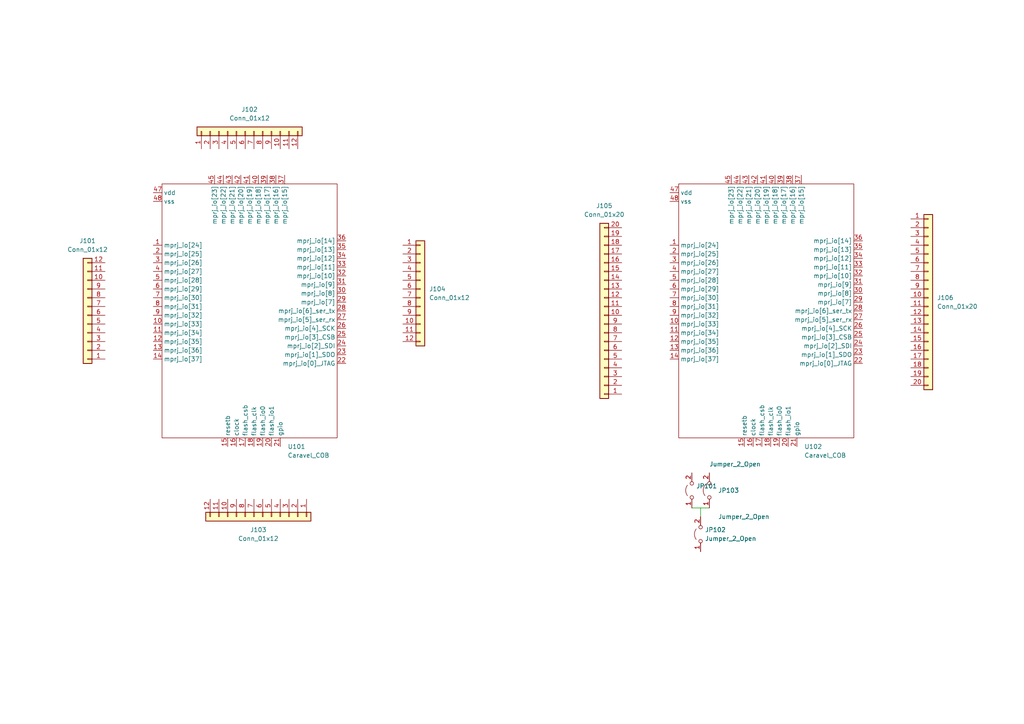
<source format=kicad_sch>
(kicad_sch (version 20250114) (generator "eeschema") (generator_version "9.0")
  (paper "A4")
  (lib_symbols
    (symbol "Connector_Generic:Conn_01x12" (pin_names (offset 1.016) (hide yes))
      (property "Reference" "J" (at 0 15.24 0))
      (property "Value" "Conn_01x12" (at 0 -17.78 0))
      (symbol "Conn_01x12_1_1"
        (rectangle (start -1.27 13.97) (end 1.27 -16.51) (stroke (width 0.254)) (fill (type background)))
        (rectangle (start -1.27 12.827) (end 0 12.573) (stroke (width 0.1524)))
        (rectangle (start -1.27 10.287) (end 0 10.033) (stroke (width 0.1524)))
        (rectangle (start -1.27 7.747) (end 0 7.493) (stroke (width 0.1524)))
        (rectangle (start -1.27 5.207) (end 0 4.953) (stroke (width 0.1524)))
        (rectangle (start -1.27 2.667) (end 0 2.413) (stroke (width 0.1524)))
        (rectangle (start -1.27 0.127) (end 0 -0.127) (stroke (width 0.1524)))
        (rectangle (start -1.27 -2.413) (end 0 -2.667) (stroke (width 0.1524)))
        (rectangle (start -1.27 -4.953) (end 0 -5.207) (stroke (width 0.1524)))
        (rectangle (start -1.27 -7.493) (end 0 -7.747) (stroke (width 0.1524)))
        (rectangle (start -1.27 -10.033) (end 0 -10.287) (stroke (width 0.1524)))
        (rectangle (start -1.27 -12.573) (end 0 -12.827) (stroke (width 0.1524)))
        (rectangle (start -1.27 -15.113) (end 0 -15.367) (stroke (width 0.1524)))
        (pin passive line (at -5.08 12.7 0) (length 3.81) (name "Pin_1") (number "1"))
        (pin passive line (at -5.08 10.16 0) (length 3.81) (name "Pin_2") (number "2"))
        (pin passive line (at -5.08 7.62 0) (length 3.81) (name "Pin_3") (number "3"))
        (pin passive line (at -5.08 5.08 0) (length 3.81) (name "Pin_4") (number "4"))
        (pin passive line (at -5.08 2.54 0) (length 3.81) (name "Pin_5") (number "5"))
        (pin passive line (at -5.08 0 0) (length 3.81) (name "Pin_6") (number "6"))
        (pin passive line (at -5.08 -2.54 0) (length 3.81) (name "Pin_7") (number "7"))
        (pin passive line (at -5.08 -5.08 0) (length 3.81) (name "Pin_8") (number "8"))
        (pin passive line (at -5.08 -7.62 0) (length 3.81) (name "Pin_9") (number "9"))
        (pin passive line (at -5.08 -10.16 0) (length 3.81) (name "Pin_10") (number "10"))
        (pin passive line (at -5.08 -12.7 0) (length 3.81) (name "Pin_11") (number "11"))
        (pin passive line (at -5.08 -15.24 0) (length 3.81) (name "Pin_12") (number "12"))
      )
    )
    (symbol "Connector_Generic:Conn_01x20" (pin_names (offset 1.016) (hide yes))
      (property "Reference" "J" (at 0 25.4 0))
      (property "Value" "Conn_01x20" (at 0 -27.94 0))
      (symbol "Conn_01x20_1_1"
        (rectangle (start -1.27 24.13) (end 1.27 -26.67) (stroke (width 0.254)) (fill (type background)))
        (rectangle (start -1.27 22.987) (end 0 22.733) (stroke (width 0.1524)))
        (rectangle (start -1.27 20.447) (end 0 20.193) (stroke (width 0.1524)))
        (rectangle (start -1.27 17.907) (end 0 17.653) (stroke (width 0.1524)))
        (rectangle (start -1.27 15.367) (end 0 15.113) (stroke (width 0.1524)))
        (rectangle (start -1.27 12.827) (end 0 12.573) (stroke (width 0.1524)))
        (rectangle (start -1.27 10.287) (end 0 10.033) (stroke (width 0.1524)))
        (rectangle (start -1.27 7.747) (end 0 7.493) (stroke (width 0.1524)))
        (rectangle (start -1.27 5.207) (end 0 4.953) (stroke (width 0.1524)))
        (rectangle (start -1.27 2.667) (end 0 2.413) (stroke (width 0.1524)))
        (rectangle (start -1.27 0.127) (end 0 -0.127) (stroke (width 0.1524)))
        (rectangle (start -1.27 -2.413) (end 0 -2.667) (stroke (width 0.1524)))
        (rectangle (start -1.27 -4.953) (end 0 -5.207) (stroke (width 0.1524)))
        (rectangle (start -1.27 -7.493) (end 0 -7.747) (stroke (width 0.1524)))
        (rectangle (start -1.27 -10.033) (end 0 -10.287) (stroke (width 0.1524)))
        (rectangle (start -1.27 -12.573) (end 0 -12.827) (stroke (width 0.1524)))
        (rectangle (start -1.27 -15.113) (end 0 -15.367) (stroke (width 0.1524)))
        (rectangle (start -1.27 -17.653) (end 0 -17.907) (stroke (width 0.1524)))
        (rectangle (start -1.27 -20.193) (end 0 -20.447) (stroke (width 0.1524)))
        (rectangle (start -1.27 -22.733) (end 0 -22.987) (stroke (width 0.1524)))
        (rectangle (start -1.27 -25.273) (end 0 -25.527) (stroke (width 0.1524)))
        (pin passive line (at -5.08 22.86 0) (length 3.81) (name "Pin_1") (number "1"))
        (pin passive line (at -5.08 20.32 0) (length 3.81) (name "Pin_2") (number "2"))
        (pin passive line (at -5.08 17.78 0) (length 3.81) (name "Pin_3") (number "3"))
        (pin passive line (at -5.08 15.24 0) (length 3.81) (name "Pin_4") (number "4"))
        (pin passive line (at -5.08 12.7 0) (length 3.81) (name "Pin_5") (number "5"))
        (pin passive line (at -5.08 10.16 0) (length 3.81) (name "Pin_6") (number "6"))
        (pin passive line (at -5.08 7.62 0) (length 3.81) (name "Pin_7") (number "7"))
        (pin passive line (at -5.08 5.08 0) (length 3.81) (name "Pin_8") (number "8"))
        (pin passive line (at -5.08 2.54 0) (length 3.81) (name "Pin_9") (number "9"))
        (pin passive line (at -5.08 0 0) (length 3.81) (name "Pin_10") (number "10"))
        (pin passive line (at -5.08 -2.54 0) (length 3.81) (name "Pin_11") (number "11"))
        (pin passive line (at -5.08 -5.08 0) (length 3.81) (name "Pin_12") (number "12"))
        (pin passive line (at -5.08 -7.62 0) (length 3.81) (name "Pin_13") (number "13"))
        (pin passive line (at -5.08 -10.16 0) (length 3.81) (name "Pin_14") (number "14"))
        (pin passive line (at -5.08 -12.7 0) (length 3.81) (name "Pin_15") (number "15"))
        (pin passive line (at -5.08 -15.24 0) (length 3.81) (name "Pin_16") (number "16"))
        (pin passive line (at -5.08 -17.78 0) (length 3.81) (name "Pin_17") (number "17"))
        (pin passive line (at -5.08 -20.32 0) (length 3.81) (name "Pin_18") (number "18"))
        (pin passive line (at -5.08 -22.86 0) (length 3.81) (name "Pin_19") (number "19"))
        (pin passive line (at -5.08 -25.4 0) (length 3.81) (name "Pin_20") (number "20"))
      )
    )
    (symbol "Jumper:Jumper_2_Open" (pin_names (offset 0) (hide yes))
      (property "Reference" "JP" (at 0 2.794 0))
      (property "Value" "Jumper_2_Open" (at 0 -2.286 0))
      (symbol "Jumper_2_Open_0_0"
        (circle (center -2.032 0) (radius 0.508))
        (circle (center 2.032 0) (radius 0.508))
      )
      (symbol "Jumper_2_Open_0_1"
        (arc (start -1.524 1.27) (mid 0 1.778) (end 1.524 1.27))
      )
      (symbol "Jumper_2_Open_1_1"
        (pin passive line (at -5.08 0 0) (length 2.54) (name "A") (number "1"))
        (pin passive line (at 5.08 0 180) (length 2.54) (name "B") (number "2"))
      )
    )
    (symbol "WaferSpace:Caravel_COB"
      (property "Reference" "U1" (at 9.7633 -35.56 0))
      (property "Value" "Caravel_COB" (at 9.7633 -38.1 0))
      (symbol "Caravel_COB_0_1"
        (rectangle (start -26.67 40.64) (end 24.13 -33.02))
      )
      (symbol "Caravel_COB_1_1"
        (pin power_in line (at -29.21 38.1 0) (length 2.54) (name "vdd") (number "47"))
        (pin power_in line (at -29.21 35.56 0) (length 2.54) (name "vss") (number "48"))
        (pin bidirectional line (at -29.21 22.86 0) (length 2.54) (name "mprj_io[24]") (number "1"))
        (pin bidirectional line (at -29.21 20.32 0) (length 2.54) (name "mprj_io[25]") (number "2"))
        (pin bidirectional line (at -29.21 17.78 0) (length 2.54) (name "mprj_io[26]") (number "3"))
        (pin bidirectional line (at -29.21 15.24 0) (length 2.54) (name "mprj_io[27]") (number "4"))
        (pin bidirectional line (at -29.21 12.7 0) (length 2.54) (name "mprj_io[28]") (number "5"))
        (pin bidirectional line (at -29.21 10.16 0) (length 2.54) (name "mprj_io[29]") (number "6"))
        (pin bidirectional line (at -29.21 7.62 0) (length 2.54) (name "mprj_io[30]") (number "7"))
        (pin bidirectional line (at -29.21 5.08 0) (length 2.54) (name "mprj_io[31]") (number "8"))
        (pin bidirectional line (at -29.21 2.54 0) (length 2.54) (name "mprj_io[32]") (number "9"))
        (pin bidirectional line (at -29.21 0 0) (length 2.54) (name "mprj_io[33]") (number "10"))
        (pin bidirectional line (at -29.21 -2.54 0) (length 2.54) (name "mprj_io[34]") (number "11"))
        (pin bidirectional line (at -29.21 -5.08 0) (length 2.54) (name "mprj_io[35]") (number "12"))
        (pin bidirectional line (at -29.21 -7.62 0) (length 2.54) (name "mprj_io[36]") (number "13"))
        (pin bidirectional line (at -29.21 -10.16 0) (length 2.54) (name "mprj_io[37]") (number "14"))
        (pin bidirectional line (at -11.43 43.18 270) (length 2.54) (name "mprj_io[23]") (number "45"))
        (pin bidirectional line (at -8.89 43.18 270) (length 2.54) (name "mprj_io[22]") (number "44"))
        (pin input line (at -7.62 -35.56 90) (length 2.54) (name "resetb") (number "15"))
        (pin bidirectional line (at -6.35 43.18 270) (length 2.54) (name "mprj_io[21]") (number "43"))
        (pin input line (at -5.08 -35.56 90) (length 2.54) (name "clock") (number "16"))
        (pin bidirectional line (at -3.81 43.18 270) (length 2.54) (name "mprj_io[20]") (number "42"))
        (pin output line (at -2.54 -35.56 90) (length 2.54) (name "flash_csb") (number "17"))
        (pin bidirectional line (at -1.27 43.18 270) (length 2.54) (name "mprj_io[19]") (number "41"))
        (pin output line (at 0 -35.56 90) (length 2.54) (name "flash_clk") (number "18"))
        (pin bidirectional line (at 1.27 43.18 270) (length 2.54) (name "mprj_io[18]") (number "40"))
        (pin bidirectional line (at 2.54 -35.56 90) (length 2.54) (name "flash_io0") (number "19"))
        (pin bidirectional line (at 3.81 43.18 270) (length 2.54) (name "mprj_io[17]") (number "39"))
        (pin bidirectional line (at 5.08 -35.56 90) (length 2.54) (name "flash_io1") (number "20"))
        (pin bidirectional line (at 6.35 43.18 270) (length 2.54) (name "mprj_io[16]") (number "38"))
        (pin bidirectional line (at 7.62 -35.56 90) (length 2.54) (name "gpio") (number "21"))
        (pin bidirectional line (at 8.89 43.18 270) (length 2.54) (name "mprj_io[15]") (number "37"))
        (pin bidirectional line (at 26.67 24.13 180) (length 2.54) (name "mprj_io[14]") (number "36"))
        (pin bidirectional line (at 26.67 21.59 180) (length 2.54) (name "mprj_io[13]") (number "35"))
        (pin bidirectional line (at 26.67 19.05 180) (length 2.54) (name "mprj_io[12]") (number "34"))
        (pin bidirectional line (at 26.67 16.51 180) (length 2.54) (name "mprj_io[11]") (number "33"))
        (pin bidirectional line (at 26.67 13.97 180) (length 2.54) (name "mprj_io[10]") (number "32"))
        (pin bidirectional line (at 26.67 11.43 180) (length 2.54) (name "mprj_io[9]") (number "31"))
        (pin bidirectional line (at 26.67 8.89 180) (length 2.54) (name "mprj_io[8]") (number "30"))
        (pin bidirectional line (at 26.67 6.35 180) (length 2.54) (name "mprj_io[7]") (number "29"))
        (pin bidirectional line (at 26.67 3.81 180) (length 2.54) (name "mprj_io[6]_ser_tx") (number "28"))
        (pin bidirectional line (at 26.67 1.27 180) (length 2.54) (name "mprj_io[5]_ser_rx") (number "27"))
        (pin bidirectional line (at 26.67 -1.27 180) (length 2.54) (name "mprj_io[4]_SCK") (number "26"))
        (pin bidirectional line (at 26.67 -3.81 180) (length 2.54) (name "mprj_io[3]_CSB") (number "25"))
        (pin bidirectional line (at 26.67 -6.35 180) (length 2.54) (name "mprj_io[2]_SDI") (number "24"))
        (pin bidirectional line (at 26.67 -8.89 180) (length 2.54) (name "mprj_io[1]_SDO") (number "23"))
        (pin bidirectional line (at 26.67 -11.43 180) (length 2.54) (name "mprj_io[0]_JTAG") (number "22"))
      )
    )
  )
  (wire (pts (xy 203.2 147.32) (xy 203.2 149.86)))
  (wire (pts (xy 200.66 147.32) (xy 205.74 147.32)))
  (symbol (lib_id "Jumper:Jumper_2_Open") (at 200.66 142.24 90) (unit 1)
    (property "Reference" "JP101" (at 201.93 140.9699 90) (effects (justify right)))
    (property "Value" "Jumper_2_Open" (at 205.74 134.62 90) (effects (justify right)))
    (property "Footprint" "Jumper:SolderJumper-2_P1.3mm_Open_RoundedPad1.0x1.5mm" (effects (hide yes)))
    (property "Description" "Jumper, 2-pole, open" (effects (hide yes)))
  )
  (symbol (lib_id "Connector_Generic:Conn_01x20") (at 269.24 86.36 0) (unit 1)
    (property "Reference" "J106" (at 271.78 86.3599 0) (effects (justify left)))
    (property "Value" "Conn_01x20" (at 271.78 88.8999 0) (effects (justify left)))
    (property "Footprint" "Castellations:castellated_2.54x20" (effects (hide yes)))
    (property "Description" "Generic connector, single row, 01x20, script generated (kicad-library-utils/schlib/autogen/connector/)" (effects (hide yes)))
  )
  (symbol (lib_id "WaferSpace:Caravel_COB") (at 223.52 93.98 0) (unit 1)
    (property "Reference" "U102" (at 233.2833 129.54 0) (effects (justify left)))
    (property "Value" "Caravel_COB" (at 233.2833 132.08 0) (effects (justify left)))
    (property "Footprint" "WafeSpace:caravel_gfmpw_1_0_asap" (effects (hide yes)))
  )
  (symbol (lib_id "Connector_Generic:Conn_01x12") (at 76.2 149.86 270) (unit 1)
    (property "Reference" "J103" (at 74.93 153.67 90))
    (property "Value" "Conn_01x12" (at 74.93 156.21 90))
    (property "Footprint" "Castellations:castellated_1mmx12" (effects (hide yes)))
    (property "Description" "Generic connector, single row, 01x12, script generated (kicad-library-utils/schlib/autogen/connector/)" (effects (hide yes)))
  )
  (symbol (lib_id "Jumper:Jumper_2_Open") (at 203.2 154.94 90) (unit 1)
    (property "Reference" "JP102" (at 204.47 153.6699 90) (effects (justify right)))
    (property "Value" "Jumper_2_Open" (at 204.47 156.2099 90) (effects (justify right)))
    (property "Footprint" "Jumper:SolderJumper-2_P1.3mm_Open_RoundedPad1.0x1.5mm" (effects (hide yes)))
    (property "Description" "Jumper, 2-pole, open" (effects (hide yes)))
  )
  (symbol (lib_id "Connector_Generic:Conn_01x12") (at 25.4 91.44 180) (unit 1)
    (property "Reference" "J101" (at 25.4 69.85 0))
    (property "Value" "Conn_01x12" (at 25.4 72.39 0))
    (property "Footprint" "Castellations:castellated_1mmx12" (effects (hide yes)))
    (property "Description" "Generic connector, single row, 01x12, script generated (kicad-library-utils/schlib/autogen/connector/)" (effects (hide yes)))
  )
  (symbol (lib_id "Connector_Generic:Conn_01x12") (at 71.12 38.1 90) (unit 1)
    (property "Reference" "J102" (at 72.39 31.75 90))
    (property "Value" "Conn_01x12" (at 72.39 34.29 90))
    (property "Footprint" "Castellations:castellated_1mmx12" (effects (hide yes)))
    (property "Description" "Generic connector, single row, 01x12, script generated (kicad-library-utils/schlib/autogen/connector/)" (effects (hide yes)))
  )
  (symbol (lib_id "Connector_Generic:Conn_01x12") (at 121.92 83.82 0) (unit 1)
    (property "Reference" "J104" (at 124.46 83.8199 0) (effects (justify left)))
    (property "Value" "Conn_01x12" (at 124.46 86.3599 0) (effects (justify left)))
    (property "Footprint" "Castellations:castellated_1mmx12" (effects (hide yes)))
    (property "Description" "Generic connector, single row, 01x12, script generated (kicad-library-utils/schlib/autogen/connector/)" (effects (hide yes)))
  )
  (symbol (lib_id "WaferSpace:Caravel_COB") (at 73.66 93.98 0) (unit 1)
    (property "Reference" "U101" (at 83.4233 129.54 0) (effects (justify left)))
    (property "Value" "Caravel_COB" (at 83.4233 132.08 0) (effects (justify left)))
    (property "Footprint" "WafeSpace:caravel_gfmpw_1_0_asap" (effects (hide yes)))
  )
  (symbol (lib_id "Jumper:Jumper_2_Open") (at 205.74 142.24 90) (unit 1)
    (property "Reference" "JP103" (at 208.28 142.24 90) (effects (justify right)))
    (property "Value" "Jumper_2_Open" (at 208.28 149.86 90) (effects (justify right)))
    (property "Footprint" "Jumper:SolderJumper-2_P1.3mm_Open_RoundedPad1.0x1.5mm" (effects (hide yes)))
    (property "Description" "Jumper, 2-pole, open" (effects (hide yes)))
  )
  (symbol (lib_id "Connector_Generic:Conn_01x20") (at 175.26 91.44 180) (unit 1)
    (property "Reference" "J105" (at 175.26 59.69 0))
    (property "Value" "Conn_01x20" (at 175.26 62.23 0))
    (property "Footprint" "Castellations:castellated_2.54x20" (effects (hide yes)))
    (property "Description" "Generic connector, single row, 01x20, script generated (kicad-library-utils/schlib/autogen/connector/)" (effects (hide yes)))
  )
)
</source>
